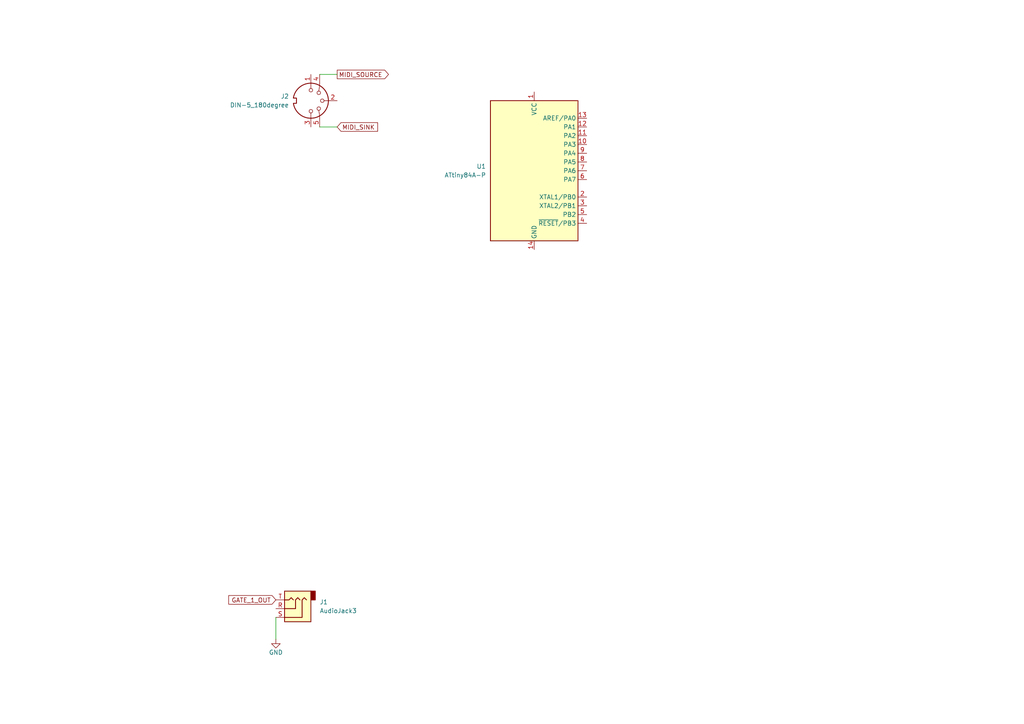
<source format=kicad_sch>
(kicad_sch (version 20231120) (generator "eeschema") (generator_version "8.0")
  (paper "A4")
  (lib_symbols
    (symbol "Connector:AudioJack3"
      (property "Reference" "J" (at 0 8.89 0))
      (property "Value" "AudioJack3" (at 0 6.35 0))
      (symbol "AudioJack3_0_1"
        (rectangle (start -5.08 -5.08) (end -6.35 -2.54) (stroke (width 0.254)) (fill (type outline)))
        (polyline (pts (xy 0 -2.54) (xy 0.635 -3.175) (xy 1.27 -2.54) (xy 2.54 -2.54)) (stroke (width 0.254)))
        (polyline (pts (xy -1.905 -2.54) (xy -1.27 -3.175) (xy -0.635 -2.54) (xy -0.635 0) (xy 2.54 0)) (stroke (width 0.254)))
        (polyline (pts (xy 2.54 2.54) (xy -2.54 2.54) (xy -2.54 -2.54) (xy -3.175 -3.175) (xy -3.81 -2.54)) (stroke (width 0.254)))
        (rectangle (start 2.54 3.81) (end -5.08 -5.08) (stroke (width 0.254)) (fill (type background)))
      )
      (symbol "AudioJack3_1_1"
        (pin passive line (at 5.08 0 180) (length 2.54) (name "~") (number "R"))
        (pin passive line (at 5.08 2.54 180) (length 2.54) (name "~") (number "S"))
        (pin passive line (at 5.08 -2.54 180) (length 2.54) (name "~") (number "T"))
      )
    )
    (symbol "Connector:DIN-5_180degree" (pin_names (offset 1.016))
      (property "Reference" "J" (at 3.175 5.715 0))
      (property "Value" "DIN-5_180degree" (at 0 -6.35 0))
      (symbol "DIN-5_180degree_0_1"
        (arc (start -5.08 0) (mid -3.8597 -3.3379) (end -0.762 -5.08) (stroke (width 0.254)))
        (circle (center -3.048 0) (radius 0.508))
        (circle (center -2.286 2.286) (radius 0.508))
        (polyline (pts (xy -5.08 0) (xy -3.556 0)))
        (polyline (pts (xy 0 5.08) (xy 0 3.81)))
        (polyline (pts (xy 5.08 0) (xy 3.556 0)))
        (polyline (pts (xy -5.08 2.54) (xy -4.318 2.54) (xy -2.794 2.286)))
        (polyline (pts (xy 5.08 2.54) (xy 4.318 2.54) (xy 2.794 2.286)))
        (polyline (pts (xy -0.762 -4.953) (xy -0.762 -4.191) (xy 0.762 -4.191) (xy 0.762 -4.953)) (stroke (width 0.254)))
        (circle (center 0 3.302) (radius 0.508))
        (arc (start 0.762 -5.08) (mid 3.8673 -3.3444) (end 5.08 0) (stroke (width 0.254)))
        (circle (center 2.286 2.286) (radius 0.508))
        (circle (center 3.048 0) (radius 0.508))
        (arc (start 5.08 0) (mid 0 5.0579) (end -5.08 0) (stroke (width 0.254)))
      )
      (symbol "DIN-5_180degree_1_1"
        (pin passive line (at -7.62 0 0) (length 2.54) (name "~") (number "1"))
        (pin passive line (at 0 7.62 270) (length 2.54) (name "~") (number "2"))
        (pin passive line (at 7.62 0 180) (length 2.54) (name "~") (number "3"))
        (pin passive line (at -7.62 2.54 0) (length 2.54) (name "~") (number "4"))
        (pin passive line (at 7.62 2.54 180) (length 2.54) (name "~") (number "5"))
      )
    )
    (symbol "MCU_Microchip_ATtiny:ATtiny84A-P"
      (property "Reference" "U" (at -12.7 21.59 0))
      (property "Value" "ATtiny84A-P" (at 2.54 -21.59 0))
      (symbol "ATtiny84A-P_0_1"
        (rectangle (start -12.7 -20.32) (end 12.7 20.32) (stroke (width 0.254)) (fill (type background)))
      )
      (symbol "ATtiny84A-P_1_1"
        (pin power_in line (at 0 22.86 270) (length 2.54) (name "VCC") (number "1"))
        (pin bidirectional line (at 15.24 7.62 180) (length 2.54) (name "PA3") (number "10"))
        (pin bidirectional line (at 15.24 10.16 180) (length 2.54) (name "PA2") (number "11"))
        (pin bidirectional line (at 15.24 12.7 180) (length 2.54) (name "PA1") (number "12"))
        (pin bidirectional line (at 15.24 15.24 180) (length 2.54) (name "AREF/PA0") (number "13"))
        (pin power_in line (at 0 -22.86 90) (length 2.54) (name "GND") (number "14"))
        (pin bidirectional line (at 15.24 -7.62 180) (length 2.54) (name "XTAL1/PB0") (number "2"))
        (pin bidirectional line (at 15.24 -10.16 180) (length 2.54) (name "XTAL2/PB1") (number "3"))
        (pin bidirectional line (at 15.24 -15.24 180) (length 2.54) (name "~{RESET}/PB3") (number "4"))
        (pin bidirectional line (at 15.24 -12.7 180) (length 2.54) (name "PB2") (number "5"))
        (pin bidirectional line (at 15.24 -2.54 180) (length 2.54) (name "PA7") (number "6"))
        (pin bidirectional line (at 15.24 0 180) (length 2.54) (name "PA6") (number "7"))
        (pin bidirectional line (at 15.24 2.54 180) (length 2.54) (name "PA5") (number "8"))
        (pin bidirectional line (at 15.24 5.08 180) (length 2.54) (name "PA4") (number "9"))
      )
    )
    (symbol "power:GND" (power) (pin_numbers hide) (pin_names (offset 0) hide)
      (property "Value" "GND" (at 0 -3.81 0))
      (symbol "GND_0_1"
        (polyline (pts (xy 0 0) (xy 0 -1.27) (xy 1.27 -1.27) (xy 0 -2.54) (xy -1.27 -1.27) (xy 0 -1.27)))
      )
      (symbol "GND_1_1"
        (pin power_in line (at 0 0 270) (length 0) (name "~") (number "1"))
      )
    )
  )
  (wire (pts (xy 92.71 36.83) (xy 97.79 36.83)))
  (wire (pts (xy 92.71 21.59) (xy 97.79 21.59)))
  (wire (pts (xy 80.01 179.07) (xy 80.01 185.42)))
  (global_label "MIDI_SINK" (shape input) (at 97.79 36.83 0) (property "Intersheetrefs" "${INTERSHEET_REFS}" (effects (hide yes))))
  (global_label "MIDI_SOURCE" (shape output) (at 97.79 21.59 0) (property "Intersheetrefs" "${INTERSHEET_REFS}" (effects (hide yes))))
  (global_label "GATE_1_OUT" (shape input) (at 80.01 173.99 180) (property "Intersheetrefs" "${INTERSHEET_REFS}" (effects (hide yes))))
  (symbol (lib_id "Connector:DIN-5_180degree") (at 90.17 29.21 270) (unit 1)
    (property "Reference" "J2" (at 83.82 27.94 90) (effects (justify right)))
    (property "Value" "DIN-5_180degree" (at 83.82 30.48 90) (effects (justify right)))
    (property "Footprint" "Paul:DIN_5_Vertical" (effects (hide yes)))
    (property "Datasheet" "http://www.mouser.com/ds/2/18/40_c091_abd_e-75918.pdf" (effects (hide yes)))
  )
  (symbol (lib_id "MCU_Microchip_ATtiny:ATtiny84A-P") (at 154.94 49.53 0) (unit 1)
    (property "Reference" "U1" (at 140.97 48.2599 0) (effects (justify right)))
    (property "Value" "ATtiny84A-P" (at 140.97 50.7999 0) (effects (justify right)))
    (property "Footprint" "Package_DIP:DIP-14_W7.62mm" (effects (hide yes)))
    (property "Datasheet" "http://ww1.microchip.com/downloads/en/DeviceDoc/doc8183.pdf" (effects (hide yes)))
    (property "Description" "20MHz, 8kB Flash, 512B SRAM, 512B EEPROM, debugWIRE, DIP-14" (effects (hide yes)))
  )
  (symbol (lib_id "Connector:AudioJack3") (at 85.09 176.53 180) (unit 1)
    (property "Reference" "J1" (at 92.71 174.6249 0) (effects (justify right)))
    (property "Value" "AudioJack3" (at 92.71 177.1649 0) (effects (justify right)))
    (property "Footprint" "AudioJacks:Jack_3.5mm_QingPu_WQP-PJ301M-12_Vertical" (effects (hide yes)))
  )
  (symbol (lib_id "power:GND") (at 80.01 185.42 0) (mirror y) (unit 1)
    (property "Reference" "#PWR01" (effects (hide yes)))
    (property "Value" "GND" (at 80.01 189.23 0))
  )
)
</source>
